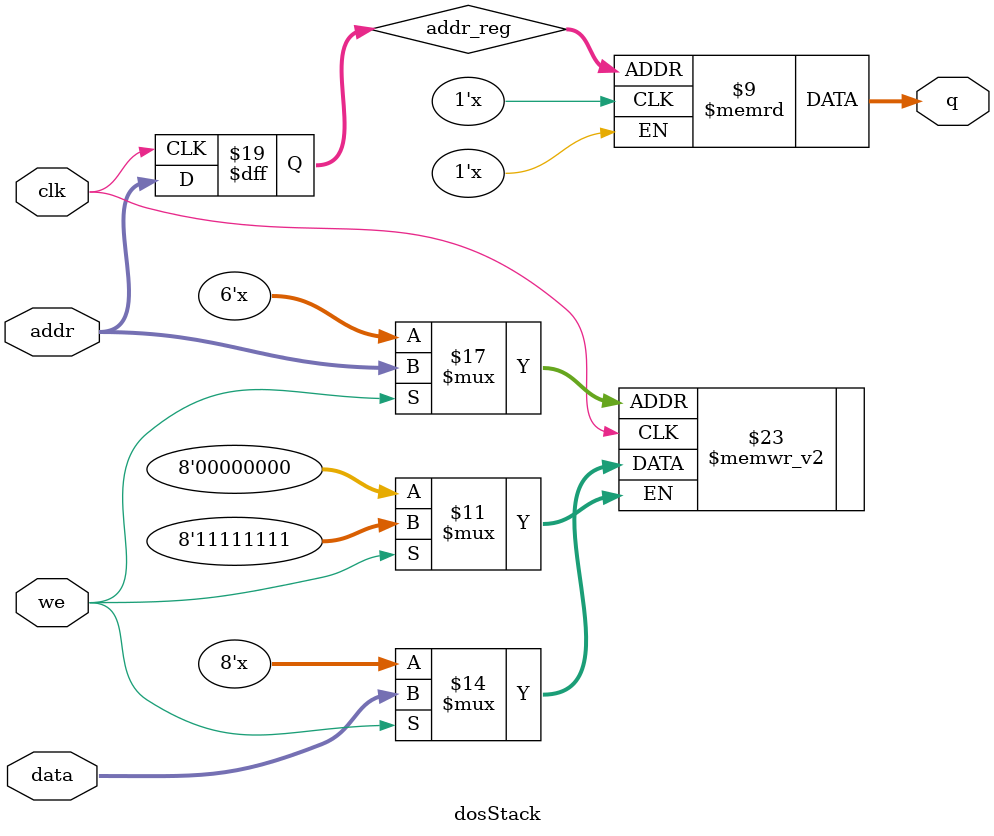
<source format=v>

module dosStack 
#(parameter DATA_WIDTH=8, parameter ADDR_WIDTH=6)
(
	input [(DATA_WIDTH-1):0] data,
	input [(ADDR_WIDTH-1):0] addr,
	input we, clk,
	output [(DATA_WIDTH-1):0] q
);

	// Declare the RAM variable
	reg [DATA_WIDTH-1:0] ram[2**ADDR_WIDTH-1:0];

	// Variable to hold the registered read address
	reg [ADDR_WIDTH-1:0] addr_reg;

	always @ (posedge clk)
	begin
		// Write
		if (we)
			ram[addr] <= data;

		addr_reg <= addr;
	end

	// Continuous assignment implies read returns NEW data.
	// This is the natural behavior of the TriMatrix memory
	// blocks in Single Port mode.  
	assign q = ram[addr_reg];

endmodule

</source>
